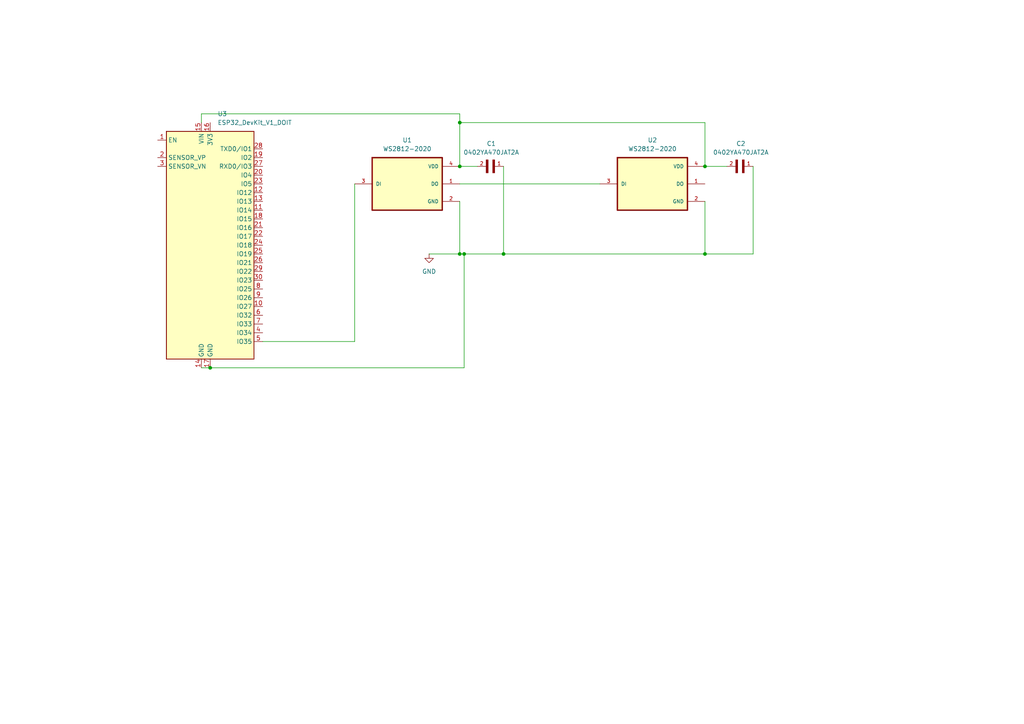
<source format=kicad_sch>
(kicad_sch (version 20250114) (generator "eeschema") (generator_version "9.0")
  (paper "A4")
  (lib_symbols
    (symbol "0402YA470JAT2A:0402YA470JAT2A" (pin_names (offset 1.016))
      (property "Reference" "C" (at 0 3.8109 0))
      (property "Value" "0402YA470JAT2A" (at 0 -5.0885 0))
      (symbol "0402YA470JAT2A_0_0"
        (rectangle (start 0 -1.9069) (end 0.635 1.905) (stroke (width 0.1)) (fill (type outline)))
        (rectangle (start 1.9069 -1.9069) (end 2.54 1.905) (stroke (width 0.1)) (fill (type outline)))
        (pin passive line (at -2.54 0 0) (length 2.54) (name "~") (number "1"))
        (pin passive line (at 5.08 0 180) (length 2.54) (name "~") (number "2"))
      )
    )
    (symbol "WS2812-2020:WS2812-2020" (pin_names (offset 1.016))
      (property "Reference" "U" (at -10.16 7.62 0))
      (property "Value" "WS2812-2020" (at -10.16 -10.16 0))
      (symbol "WS2812-2020_0_0"
        (rectangle (start -10.16 -7.62) (end 10.16 7.62) (stroke (width 0.4064)) (fill (type background)))
        (pin input line (at -15.24 0 0) (length 5.08) (name "DI") (number "3"))
        (pin power_in line (at 15.24 5.08 180) (length 5.08) (name "VDD") (number "4"))
        (pin output line (at 15.24 0 180) (length 5.08) (name "DO") (number "1"))
        (pin power_in line (at 15.24 -5.08 180) (length 5.08) (name "GND") (number "2"))
      )
    )
    (symbol "esp32_devkit_v1_doit:ESP32_DevKit_V1_DOIT"
      (property "Reference" "U" (at -11.43 34.29 0))
      (property "Value" "ESP32_DevKit_V1_DOIT" (at 11.43 34.29 0))
      (symbol "ESP32_DevKit_V1_DOIT_1_1"
        (rectangle (start -12.7 33.02) (end 12.7 -33.02) (stroke (width 0.254)) (fill (type background)))
        (pin input line (at -15.24 30.48 0) (length 2.54) (name "EN") (number "1"))
        (pin input line (at -15.24 25.4 0) (length 2.54) (name "SENSOR_VP") (number "2"))
        (pin input line (at -15.24 22.86 0) (length 2.54) (name "SENSOR_VN") (number "3"))
        (pin power_in line (at -2.54 35.56 270) (length 2.54) (name "VIN") (number "15"))
        (pin power_in line (at -2.54 -35.56 90) (length 2.54) (name "GND") (number "14"))
        (pin power_in line (at 0 35.56 270) (length 2.54) (name "3V3") (number "16"))
        (pin power_in line (at 0 -35.56 90) (length 2.54) (name "GND") (number "17"))
        (pin bidirectional line (at 15.24 27.94 180) (length 2.54) (name "TXD0/IO1") (number "28"))
        (pin bidirectional line (at 15.24 25.4 180) (length 2.54) (name "IO2") (number "19"))
        (pin bidirectional line (at 15.24 22.86 180) (length 2.54) (name "RXD0/IO3") (number "27"))
        (pin bidirectional line (at 15.24 20.32 180) (length 2.54) (name "IO4") (number "20"))
        (pin bidirectional line (at 15.24 17.78 180) (length 2.54) (name "IO5") (number "23"))
        (pin bidirectional line (at 15.24 15.24 180) (length 2.54) (name "IO12") (number "12"))
        (pin bidirectional line (at 15.24 12.7 180) (length 2.54) (name "IO13") (number "13"))
        (pin bidirectional line (at 15.24 10.16 180) (length 2.54) (name "IO14") (number "11"))
        (pin bidirectional line (at 15.24 7.62 180) (length 2.54) (name "IO15") (number "18"))
        (pin bidirectional line (at 15.24 5.08 180) (length 2.54) (name "IO16") (number "21"))
        (pin bidirectional line (at 15.24 2.54 180) (length 2.54) (name "IO17") (number "22"))
        (pin bidirectional line (at 15.24 0 180) (length 2.54) (name "IO18") (number "24"))
        (pin bidirectional line (at 15.24 -2.54 180) (length 2.54) (name "IO19") (number "25"))
        (pin bidirectional line (at 15.24 -5.08 180) (length 2.54) (name "IO21") (number "26"))
        (pin bidirectional line (at 15.24 -7.62 180) (length 2.54) (name "IO22") (number "29"))
        (pin bidirectional line (at 15.24 -10.16 180) (length 2.54) (name "IO23") (number "30"))
        (pin bidirectional line (at 15.24 -12.7 180) (length 2.54) (name "IO25") (number "8"))
        (pin bidirectional line (at 15.24 -15.24 180) (length 2.54) (name "IO26") (number "9"))
        (pin bidirectional line (at 15.24 -17.78 180) (length 2.54) (name "IO27") (number "10"))
        (pin bidirectional line (at 15.24 -20.32 180) (length 2.54) (name "IO32") (number "6"))
        (pin bidirectional line (at 15.24 -22.86 180) (length 2.54) (name "IO33") (number "7"))
        (pin input line (at 15.24 -25.4 180) (length 2.54) (name "IO34") (number "4"))
        (pin input line (at 15.24 -27.94 180) (length 2.54) (name "IO35") (number "5"))
      )
    )
    (symbol "power:GND" (power) (pin_numbers (hide yes)) (pin_names (offset 0) (hide yes))
      (property "Value" "GND" (at 0 -3.81 0))
      (symbol "GND_0_1"
        (polyline (pts (xy 0 0) (xy 0 -1.27) (xy 1.27 -1.27) (xy 0 -2.54) (xy -1.27 -1.27) (xy 0 -1.27)))
      )
      (symbol "GND_1_1"
        (pin power_in line (at 0 0 270) (length 0) (name "~") (number "1"))
      )
    )
  )
  (junction (at 134.62 73.66))
  (junction (at 133.35 48.26))
  (junction (at 204.47 48.26))
  (junction (at 133.35 35.56))
  (junction (at 146.05 73.66))
  (junction (at 204.47 73.66))
  (junction (at 60.96 106.68))
  (junction (at 133.35 73.66))
  (wire (pts (xy 102.87 99.06) (xy 76.2 99.06)))
  (wire (pts (xy 124.46 73.66) (xy 133.35 73.66)))
  (wire (pts (xy 146.05 73.66) (xy 134.62 73.66)))
  (wire (pts (xy 60.96 106.68) (xy 134.62 106.68)))
  (wire (pts (xy 146.05 48.26) (xy 146.05 73.66)))
  (wire (pts (xy 133.35 35.56) (xy 133.35 48.26)))
  (wire (pts (xy 58.42 33.02) (xy 58.42 35.56)))
  (wire (pts (xy 133.35 58.42) (xy 133.35 73.66)))
  (wire (pts (xy 133.35 53.34) (xy 173.99 53.34)))
  (wire (pts (xy 204.47 48.26) (xy 210.82 48.26)))
  (wire (pts (xy 218.44 48.26) (xy 218.44 73.66)))
  (wire (pts (xy 218.44 73.66) (xy 204.47 73.66)))
  (wire (pts (xy 133.35 35.56) (xy 204.47 35.56)))
  (wire (pts (xy 58.42 33.02) (xy 133.35 33.02)))
  (wire (pts (xy 134.62 106.68) (xy 134.62 73.66)))
  (wire (pts (xy 58.42 106.68) (xy 60.96 106.68)))
  (wire (pts (xy 102.87 53.34) (xy 102.87 99.06)))
  (wire (pts (xy 204.47 73.66) (xy 204.47 58.42)))
  (wire (pts (xy 204.47 35.56) (xy 204.47 48.26)))
  (wire (pts (xy 133.35 48.26) (xy 138.43 48.26)))
  (wire (pts (xy 133.35 33.02) (xy 133.35 35.56)))
  (wire (pts (xy 133.35 73.66) (xy 134.62 73.66)))
  (wire (pts (xy 146.05 73.66) (xy 204.47 73.66)))
  (symbol (lib_id "WS2812-2020:WS2812-2020") (at 118.11 53.34 0) (unit 1)
    (property "Reference" "U1" (at 118.11 40.64 0))
    (property "Value" "WS2812-2020" (at 118.11 43.18 0))
    (property "Footprint" "WS2812-2020:LED_WS2812-2020" (effects (hide yes)))
    (property "MF" "Worldsemi" (effects (hide yes)))
    (property "MAXIMUM_PACKAGE_HEIGHT" "0.84 mm" (effects (hide yes)))
    (property "Package" "Package" (effects (hide yes)))
    (property "Price" "None" (effects (hide yes)))
    (property "Check_prices" "https://www.snapeda.com/parts/WS2812-2020/Worldsemi/view-part/?ref=eda" (effects (hide yes)))
    (property "STANDARD" "Manufacturer Recommendations" (effects (hide yes)))
    (property "PARTREV" "V1.3" (effects (hide yes)))
    (property "SnapEDA_Link" "https://www.snapeda.com/parts/WS2812-2020/Worldsemi/view-part/?ref=snap" (effects (hide yes)))
    (property "MP" "WS2812-2020" (effects (hide yes)))
    (property "Description_1" "Intelligent control LED light source, SMD-4" (effects (hide yes)))
    (property "MANUFACTURER" "Worldsemi" (effects (hide yes)))
    (property "Availability" "Not in stock" (effects (hide yes)))
    (property "SNAPEDA_PN" "WS2812-2020" (effects (hide yes)))
  )
  (symbol (lib_id "esp32_devkit_v1_doit:ESP32_DevKit_V1_DOIT") (at 60.96 71.12 0) (unit 1)
    (property "Reference" "U3" (at 63.1033 33.02 0) (effects (justify left)))
    (property "Value" "ESP32_DevKit_V1_DOIT" (at 63.1033 35.56 0) (effects (justify left)))
    (property "Footprint" "esp32_kicad_mod:esp32_devkit_v1_doit" (effects (hide yes)))
    (property "Description" "32-bit microcontroller module with WiFi and Bluetooth" (effects (hide yes)))
  )
  (symbol (lib_id "power:GND") (at 124.46 73.66 0) (unit 1)
    (property "Reference" "#PWR01" (effects (hide yes)))
    (property "Value" "GND" (at 124.46 78.74 0))
    (property "Description" "Power symbol creates a global label with name \"GND\" , ground" (effects (hide yes)))
  )
  (symbol (lib_id "0402YA470JAT2A:0402YA470JAT2A") (at 143.51 48.26 180) (unit 1)
    (property "Reference" "C1" (at 142.494 41.656 0))
    (property "Value" "0402YA470JAT2A" (at 142.494 44.196 0))
    (property "Footprint" "0402YA470JAT2A:CAPC1005X56N" (effects (hide yes)))
    (property "MF" "AVX" (effects (hide yes)))
    (property "Description_1" "0402 47 pF 16 V ±5 % Tolerance C0G/NP0 SMT Multilayer Ceramic Capacitor" (effects (hide yes)))
    (property "Package" "1005 AVX" (effects (hide yes)))
    (property "Price" "None" (effects (hide yes)))
    (property "SnapEDA_Link" "https://www.snapeda.com/parts/0402YA470JAT2A/AVX/view-part/?ref=snap" (effects (hide yes)))
    (property "MP" "0402YA470JAT2A" (effects (hide yes)))
    (property "Availability" "In Stock" (effects (hide yes)))
    (property "Check_prices" "https://www.snapeda.com/parts/0402YA470JAT2A/AVX/view-part/?ref=eda" (effects (hide yes)))
  )
  (symbol (lib_id "WS2812-2020:WS2812-2020") (at 189.23 53.34 0) (unit 1)
    (property "Reference" "U2" (at 189.23 40.64 0))
    (property "Value" "WS2812-2020" (at 189.23 43.18 0))
    (property "Footprint" "WS2812-2020:LED_WS2812-2020" (effects (hide yes)))
    (property "MF" "Worldsemi" (effects (hide yes)))
    (property "MAXIMUM_PACKAGE_HEIGHT" "0.84 mm" (effects (hide yes)))
    (property "Package" "Package" (effects (hide yes)))
    (property "Price" "None" (effects (hide yes)))
    (property "Check_prices" "https://www.snapeda.com/parts/WS2812-2020/Worldsemi/view-part/?ref=eda" (effects (hide yes)))
    (property "STANDARD" "Manufacturer Recommendations" (effects (hide yes)))
    (property "PARTREV" "V1.3" (effects (hide yes)))
    (property "SnapEDA_Link" "https://www.snapeda.com/parts/WS2812-2020/Worldsemi/view-part/?ref=snap" (effects (hide yes)))
    (property "MP" "WS2812-2020" (effects (hide yes)))
    (property "Description_1" "Intelligent control LED light source, SMD-4" (effects (hide yes)))
    (property "MANUFACTURER" "Worldsemi" (effects (hide yes)))
    (property "Availability" "Not in stock" (effects (hide yes)))
    (property "SNAPEDA_PN" "WS2812-2020" (effects (hide yes)))
  )
  (symbol (lib_id "0402YA470JAT2A:0402YA470JAT2A") (at 215.9 48.26 180) (unit 1)
    (property "Reference" "C2" (at 214.884 41.656 0))
    (property "Value" "0402YA470JAT2A" (at 214.884 44.196 0))
    (property "Footprint" "0402YA470JAT2A:CAPC1005X56N" (effects (hide yes)))
    (property "MF" "AVX" (effects (hide yes)))
    (property "Description_1" "0402 47 pF 16 V ±5 % Tolerance C0G/NP0 SMT Multilayer Ceramic Capacitor" (effects (hide yes)))
    (property "Package" "1005 AVX" (effects (hide yes)))
    (property "Price" "None" (effects (hide yes)))
    (property "SnapEDA_Link" "https://www.snapeda.com/parts/0402YA470JAT2A/AVX/view-part/?ref=snap" (effects (hide yes)))
    (property "MP" "0402YA470JAT2A" (effects (hide yes)))
    (property "Availability" "In Stock" (effects (hide yes)))
    (property "Check_prices" "https://www.snapeda.com/parts/0402YA470JAT2A/AVX/view-part/?ref=eda" (effects (hide yes)))
  )
)
</source>
